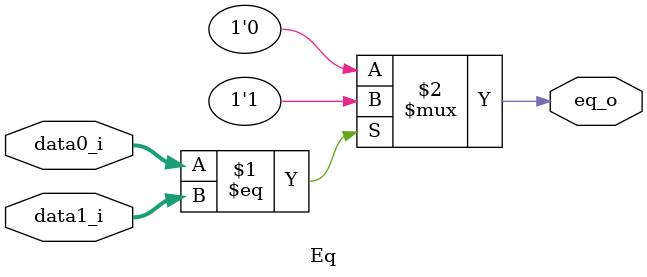
<source format=v>
module Eq(
	data0_i,
	data1_i,
	eq_o
);

input	[31:0]	data0_i;
input	[31:0]	data1_i;
output		eq_o;

assign eq_o = (data0_i == data1_i) ? 1'b1 : 1'b0;

endmodule	

</source>
